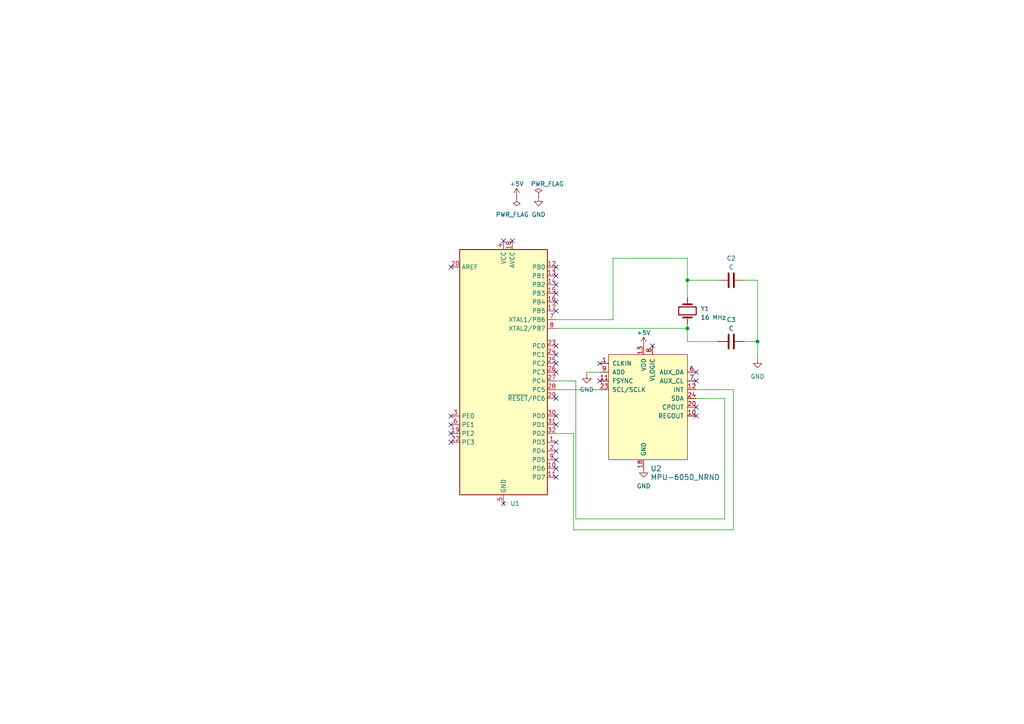
<source format=kicad_sch>
(kicad_sch (version 20230121) (generator eeschema)
  (paper "A4")
  (lib_symbols
    (symbol "Device:C" (pin_numbers hide) (pin_names (offset 0.254))
      (property "Reference" "C" (at 0.635 2.54 0))
      (property "Value" "C" (at 0.635 -2.54 0))
      (symbol "C_0_1"
        (polyline (pts (xy -2.032 -0.762) (xy 2.032 -0.762)) (stroke (width 0.508)))
        (polyline (pts (xy -2.032 0.762) (xy 2.032 0.762)) (stroke (width 0.508)))
      )
      (symbol "C_1_1"
        (pin passive line (at 0 3.81 270) (length 2.794) (name "~") (number "1"))
        (pin passive line (at 0 -3.81 90) (length 2.794) (name "~") (number "2"))
      )
    )
    (symbol "Device:Crystal" (pin_numbers hide) (pin_names (offset 1.016) hide)
      (property "Reference" "Y" (at 0 3.81 0))
      (property "Value" "Crystal" (at 0 -3.81 0))
      (symbol "Crystal_0_1"
        (rectangle (start -1.143 2.54) (end 1.143 -2.54) (stroke (width 0.3048)))
        (polyline (pts (xy -2.54 0) (xy -1.905 0)))
        (polyline (pts (xy -1.905 -1.27) (xy -1.905 1.27)) (stroke (width 0.508)))
        (polyline (pts (xy 1.905 -1.27) (xy 1.905 1.27)) (stroke (width 0.508)))
        (polyline (pts (xy 2.54 0) (xy 1.905 0)))
      )
      (symbol "Crystal_1_1"
        (pin passive line (at -3.81 0 0) (length 1.27) (name "1") (number "1"))
        (pin passive line (at 3.81 0 180) (length 1.27) (name "2") (number "2"))
      )
    )
    (symbol "MCU_Microchip_ATmega:ATmega328PB-A"
      (property "Reference" "U" (at -12.7 36.83 0))
      (property "Value" "ATmega328PB-A" (at 2.54 -36.83 0))
      (symbol "ATmega328PB-A_0_1"
        (rectangle (start -12.7 -35.56) (end 12.7 35.56) (stroke (width 0.254)) (fill (type background)))
      )
      (symbol "ATmega328PB-A_1_1"
        (pin bidirectional line (at 15.24 -20.32 180) (length 2.54) (name "PD3") (number "1"))
        (pin bidirectional line (at 15.24 -27.94 180) (length 2.54) (name "PD6") (number "10"))
        (pin bidirectional line (at 15.24 -30.48 180) (length 2.54) (name "PD7") (number "11"))
        (pin bidirectional line (at 15.24 30.48 180) (length 2.54) (name "PB0") (number "12"))
        (pin bidirectional line (at 15.24 27.94 180) (length 2.54) (name "PB1") (number "13"))
        (pin bidirectional line (at 15.24 25.4 180) (length 2.54) (name "PB2") (number "14"))
        (pin bidirectional line (at 15.24 22.86 180) (length 2.54) (name "PB3") (number "15"))
        (pin bidirectional line (at 15.24 20.32 180) (length 2.54) (name "PB4") (number "16"))
        (pin bidirectional line (at 15.24 17.78 180) (length 2.54) (name "PB5") (number "17"))
        (pin power_in line (at 2.54 38.1 270) (length 2.54) (name "AVCC") (number "18"))
        (pin bidirectional line (at -15.24 -17.78 0) (length 2.54) (name "PE2") (number "19"))
        (pin bidirectional line (at 15.24 -22.86 180) (length 2.54) (name "PD4") (number "2"))
        (pin passive line (at -15.24 30.48 0) (length 2.54) (name "AREF") (number "20"))
        (pin passive line (at 0 -38.1 90) (length 2.54) hide (name "GND") (number "21"))
        (pin bidirectional line (at -15.24 -20.32 0) (length 2.54) (name "PE3") (number "22"))
        (pin bidirectional line (at 15.24 7.62 180) (length 2.54) (name "PC0") (number "23"))
        (pin bidirectional line (at 15.24 5.08 180) (length 2.54) (name "PC1") (number "24"))
        (pin bidirectional line (at 15.24 2.54 180) (length 2.54) (name "PC2") (number "25"))
        (pin bidirectional line (at 15.24 0 180) (length 2.54) (name "PC3") (number "26"))
        (pin bidirectional line (at 15.24 -2.54 180) (length 2.54) (name "PC4") (number "27"))
        (pin bidirectional line (at 15.24 -5.08 180) (length 2.54) (name "PC5") (number "28"))
        (pin bidirectional line (at 15.24 -7.62 180) (length 2.54) (name "~{RESET}/PC6") (number "29"))
        (pin bidirectional line (at -15.24 -12.7 0) (length 2.54) (name "PE0") (number "3"))
        (pin bidirectional line (at 15.24 -12.7 180) (length 2.54) (name "PD0") (number "30"))
        (pin bidirectional line (at 15.24 -15.24 180) (length 2.54) (name "PD1") (number "31"))
        (pin bidirectional line (at 15.24 -17.78 180) (length 2.54) (name "PD2") (number "32"))
        (pin power_in line (at 0 38.1 270) (length 2.54) (name "VCC") (number "4"))
        (pin power_in line (at 0 -38.1 90) (length 2.54) (name "GND") (number "5"))
        (pin bidirectional line (at -15.24 -15.24 0) (length 2.54) (name "PE1") (number "6"))
        (pin bidirectional line (at 15.24 15.24 180) (length 2.54) (name "XTAL1/PB6") (number "7"))
        (pin bidirectional line (at 15.24 12.7 180) (length 2.54) (name "XTAL2/PB7") (number "8"))
        (pin bidirectional line (at 15.24 -25.4 180) (length 2.54) (name "PD5") (number "9"))
      )
    )
    (symbol "dk_Motion-Sensors-IMUs-Inertial-Measurement-Units:MPU-6050_NRND" (pin_names (offset 1.016))
      (property "Reference" "U" (at -10.2108 16.3068 0))
      (property "Value" "MPU-6050_NRND" (at 0.4572 -16.4592 0))
      (symbol "MPU-6050_NRND_1_0"
        (pin input line (at -12.7 12.7 0) (length 2.54) (name "CLKIN") (number "1"))
        (pin unspecified line (at 15.24 -2.54 180) (length 2.54) (name "REGOUT") (number "10"))
        (pin input line (at -12.7 7.62 0) (length 2.54) (name "FSYNC") (number "11"))
        (pin output line (at 15.24 5.08 180) (length 2.54) (name "INT") (number "12"))
        (pin power_in line (at 0 17.78 270) (length 2.54) (name "VDD") (number "13"))
        (pin no_connect line (at 12.7 -10.16 180) (length 2.54) hide (name "NC") (number "14"))
        (pin no_connect line (at 12.7 -12.7 180) (length 2.54) hide (name "NC") (number "15"))
        (pin no_connect line (at 12.7 -7.62 180) (length 2.54) hide (name "NC") (number "16"))
        (pin no_connect line (at 12.7 -5.08 180) (length 2.54) hide (name "NC") (number "17"))
        (pin power_in line (at 0 -17.78 90) (length 2.54) (name "GND") (number "18"))
        (pin no_connect line (at -10.16 2.54 0) (length 2.54) hide (name "RESV") (number "19"))
        (pin no_connect line (at -10.16 -12.7 0) (length 2.54) hide (name "NC") (number "2"))
        (pin unspecified line (at 15.24 0 180) (length 2.54) (name "CPOUT") (number "20"))
        (pin no_connect line (at -10.16 0 0) (length 2.54) hide (name "RESV") (number "21"))
        (pin no_connect line (at -10.16 -2.54 0) (length 2.54) hide (name "RESV") (number "22"))
        (pin input line (at -12.7 5.08 0) (length 2.54) (name "SCL/SCLK") (number "23"))
        (pin bidirectional line (at 15.24 2.54 180) (length 2.54) (name "SDA") (number "24"))
        (pin no_connect line (at -10.16 -10.16 0) (length 2.54) hide (name "NC") (number "3"))
        (pin no_connect line (at -10.16 -7.62 0) (length 2.54) hide (name "NC") (number "4"))
        (pin no_connect line (at -10.16 -5.08 0) (length 2.54) hide (name "NC") (number "5"))
        (pin bidirectional line (at 15.24 10.16 180) (length 2.54) (name "AUX_DA") (number "6"))
        (pin output line (at 15.24 7.62 180) (length 2.54) (name "AUX_CL") (number "7"))
        (pin power_in line (at 2.54 17.78 270) (length 2.54) (name "VLOGIC") (number "8"))
        (pin input line (at -12.7 10.16 0) (length 2.54) (name "AD0") (number "9"))
      )
      (symbol "MPU-6050_NRND_1_1"
        (rectangle (start -10.16 15.24) (end 12.7 -15.24) (fill (type background)))
      )
    )
    (symbol "power:+5V" (power) (pin_names (offset 0))
      (property "Value" "+5V" (at 0 3.556 0))
      (symbol "+5V_0_1"
        (polyline (pts (xy -0.762 1.27) (xy 0 2.54)))
        (polyline (pts (xy 0 0) (xy 0 2.54)))
        (polyline (pts (xy 0 2.54) (xy 0.762 1.27)))
      )
      (symbol "+5V_1_1"
        (pin power_in line (at 0 0 90) (length 0) hide (name "+5V") (number "1"))
      )
    )
    (symbol "power:GND" (power) (pin_names (offset 0))
      (property "Value" "GND" (at 0 -3.81 0))
      (symbol "GND_0_1"
        (polyline (pts (xy 0 0) (xy 0 -1.27) (xy 1.27 -1.27) (xy 0 -2.54) (xy -1.27 -1.27) (xy 0 -1.27)))
      )
      (symbol "GND_1_1"
        (pin power_in line (at 0 0 270) (length 0) hide (name "GND") (number "1"))
      )
    )
    (symbol "power:PWR_FLAG" (power) (pin_numbers hide) (pin_names (offset 0) hide)
      (property "Value" "PWR_FLAG" (at 0 3.81 0))
      (symbol "PWR_FLAG_0_0"
        (pin power_out line (at 0 0 90) (length 0) (name "pwr") (number "1"))
      )
      (symbol "PWR_FLAG_0_1"
        (polyline (pts (xy 0 0) (xy 0 1.27) (xy -1.016 1.905) (xy 0 2.54) (xy 1.016 1.905) (xy 0 1.27)))
      )
    )
  )
  (junction (at 199.39 95.25))
  (junction (at 219.71 99.06))
  (junction (at 199.39 81.28))
  (no_connect (at 201.93 120.65))
  (no_connect (at 161.29 77.47))
  (no_connect (at 130.81 123.19))
  (no_connect (at 161.29 128.27))
  (no_connect (at 189.23 100.33))
  (no_connect (at 146.05 146.05))
  (no_connect (at 161.29 120.65))
  (no_connect (at 161.29 130.81))
  (no_connect (at 173.99 110.49))
  (no_connect (at 161.29 107.95))
  (no_connect (at 161.29 123.19))
  (no_connect (at 130.81 125.73))
  (no_connect (at 161.29 138.43))
  (no_connect (at 201.93 107.95))
  (no_connect (at 161.29 135.89))
  (no_connect (at 161.29 90.17))
  (no_connect (at 161.29 87.63))
  (no_connect (at 161.29 85.09))
  (no_connect (at 161.29 115.57))
  (no_connect (at 148.59 69.85))
  (no_connect (at 130.81 77.47))
  (no_connect (at 161.29 80.01))
  (no_connect (at 161.29 105.41))
  (no_connect (at 161.29 82.55))
  (no_connect (at 201.93 118.11))
  (no_connect (at 201.93 110.49))
  (no_connect (at 173.99 105.41))
  (no_connect (at 161.29 102.87))
  (no_connect (at 130.81 128.27))
  (no_connect (at 146.05 69.85))
  (no_connect (at 161.29 100.33))
  (no_connect (at 130.81 120.65))
  (no_connect (at 161.29 133.35))
  (wire (pts (xy 173.99 107.95) (xy 170.18 107.95)))
  (wire (pts (xy 199.39 99.06) (xy 199.39 95.25)))
  (wire (pts (xy 210.185 150.495) (xy 167.005 150.495)))
  (wire (pts (xy 161.29 92.71) (xy 177.8 92.71)))
  (wire (pts (xy 170.18 107.95) (xy 170.18 108.585)))
  (wire (pts (xy 167.005 110.49) (xy 167.005 150.495)))
  (wire (pts (xy 199.39 86.36) (xy 199.39 81.28)))
  (wire (pts (xy 219.71 99.06) (xy 215.9 99.06)))
  (wire (pts (xy 212.725 113.03) (xy 212.725 153.67)))
  (wire (pts (xy 199.39 74.93) (xy 199.39 81.28)))
  (wire (pts (xy 177.8 74.93) (xy 199.39 74.93)))
  (wire (pts (xy 166.37 153.67) (xy 166.37 125.73)))
  (wire (pts (xy 199.39 81.28) (xy 208.28 81.28)))
  (wire (pts (xy 161.29 113.03) (xy 173.99 113.03)))
  (wire (pts (xy 201.93 115.57) (xy 210.185 115.57)))
  (wire (pts (xy 199.39 95.25) (xy 199.39 93.98)))
  (wire (pts (xy 215.9 81.28) (xy 219.71 81.28)))
  (wire (pts (xy 161.29 95.25) (xy 199.39 95.25)))
  (wire (pts (xy 219.71 81.28) (xy 219.71 99.06)))
  (wire (pts (xy 208.28 99.06) (xy 199.39 99.06)))
  (wire (pts (xy 210.185 115.57) (xy 210.185 150.495)))
  (wire (pts (xy 166.37 125.73) (xy 161.29 125.73)))
  (wire (pts (xy 219.71 99.06) (xy 219.71 104.14)))
  (wire (pts (xy 167.005 110.49) (xy 161.29 110.49)))
  (wire (pts (xy 212.725 153.67) (xy 166.37 153.67)))
  (wire (pts (xy 177.8 92.71) (xy 177.8 74.93)))
  (wire (pts (xy 201.93 113.03) (xy 212.725 113.03)))
  (symbol (lib_id "power:GND") (at 186.69 135.89 0) (unit 1)
    (property "Reference" "#PWR03" (effects hide))
    (property "Value" "GND" (at 186.69 140.97 0))
  )
  (symbol (lib_id "dk_Motion-Sensors-IMUs-Inertial-Measurement-Units:MPU-6050_NRND") (at 186.69 118.11 0) (unit 1)
    (property "Reference" "U2" (at 188.6459 135.89 0) (effects (font (size 1.524 1.524)) (justify left)))
    (property "Value" "MPU-6050_NRND" (at 188.6459 138.43 0) (effects (font (size 1.524 1.524)) (justify left)))
    (property "Footprint" "digikey-footprints:QFN-24-1EP_4x4mm" (effects hide))
    (property "Datasheet" "https://store.invensense.com/datasheets/invensense/MPU-6050_DataSheet_V3%204.pdf" (effects hide))
    (property "Digi-Key_PN" "1428-1007-1-ND" (effects hide))
    (property "MPN" "MPU-6050" (effects hide))
    (property "Category" "Sensors, Transducers" (effects hide))
    (property "Family" "Motion Sensors - IMUs (Inertial Measurement Units)" (effects hide))
    (property "DK_Datasheet_Link" "https://store.invensense.com/datasheets/invensense/MPU-6050_DataSheet_V3%204.pdf" (effects hide))
    (property "DK_Detail_Page" "/product-detail/en/tdk-invensense/MPU-6050/1428-1007-1-ND/4038010" (effects hide))
    (property "Description" "IMU ACCEL/GYRO 3-AXIS I2C 24QFN" (effects hide))
    (property "Manufacturer" "TDK InvenSense" (effects hide))
    (property "Status" "Not For New Designs" (effects hide))
  )
  (symbol (lib_id "power:GND") (at 156.21 57.15 0) (unit 1)
    (property "Reference" "#PWR05" (effects hide))
    (property "Value" "GND" (at 156.21 62.23 0))
  )
  (symbol (lib_id "Device:C") (at 212.09 81.28 270) (unit 1)
    (property "Reference" "C2" (at 212.09 74.93 90))
    (property "Value" "C" (at 212.09 77.47 90))
  )
  (symbol (lib_id "power:PWR_FLAG") (at 149.86 57.15 180) (unit 1)
    (property "Reference" "#FLG01" (effects hide))
    (property "Value" "PWR_FLAG" (at 148.59 62.23 0))
  )
  (symbol (lib_id "power:+5V") (at 149.86 57.15 0) (unit 1)
    (property "Reference" "#PWR04" (effects hide))
    (property "Value" "+5V" (at 149.86 53.34 0))
  )
  (symbol (lib_id "MCU_Microchip_ATmega:ATmega328PB-A") (at 146.05 107.95 0) (unit 1)
    (property "Reference" "U1" (at 148.0059 146.05 0) (effects (justify left)))
    (property "Value" "ATmega328PB-A" (effects hide))
    (property "Footprint" "Package_QFP:TQFP-32_7x7mm_P0.8mm" (effects hide))
    (property "Datasheet" "http://ww1.microchip.com/downloads/en/DeviceDoc/40001906C.pdf" (effects hide))
  )
  (symbol (lib_id "power:GND") (at 219.71 104.14 0) (unit 1)
    (property "Reference" "#PWR09" (effects hide))
    (property "Value" "GND" (at 219.71 109.22 0))
  )
  (symbol (lib_id "power:PWR_FLAG") (at 156.21 57.15 0) (unit 1)
    (property "Reference" "#FLG02" (effects hide))
    (property "Value" "PWR_FLAG" (at 158.75 53.34 0))
  )
  (symbol (lib_id "Device:Crystal") (at 199.39 90.17 90) (unit 1)
    (property "Reference" "Y1" (at 203.2 89.535 90) (effects (justify right)))
    (property "Value" "16 MHz" (at 203.2 92.075 90) (effects (justify right)))
  )
  (symbol (lib_id "power:GND") (at 170.18 108.585 0) (unit 1)
    (property "Reference" "#PWR02" (effects hide))
    (property "Value" "GND" (at 170.18 113.03 0))
  )
  (symbol (lib_id "Device:C") (at 212.09 99.06 270) (unit 1)
    (property "Reference" "C3" (at 212.09 92.71 90))
    (property "Value" "C" (at 212.09 95.25 90))
  )
  (symbol (lib_id "power:+5V") (at 186.69 100.33 0) (unit 1)
    (property "Reference" "#PWR01" (effects hide))
    (property "Value" "+5V" (at 186.69 96.52 0))
  )
)
</source>
